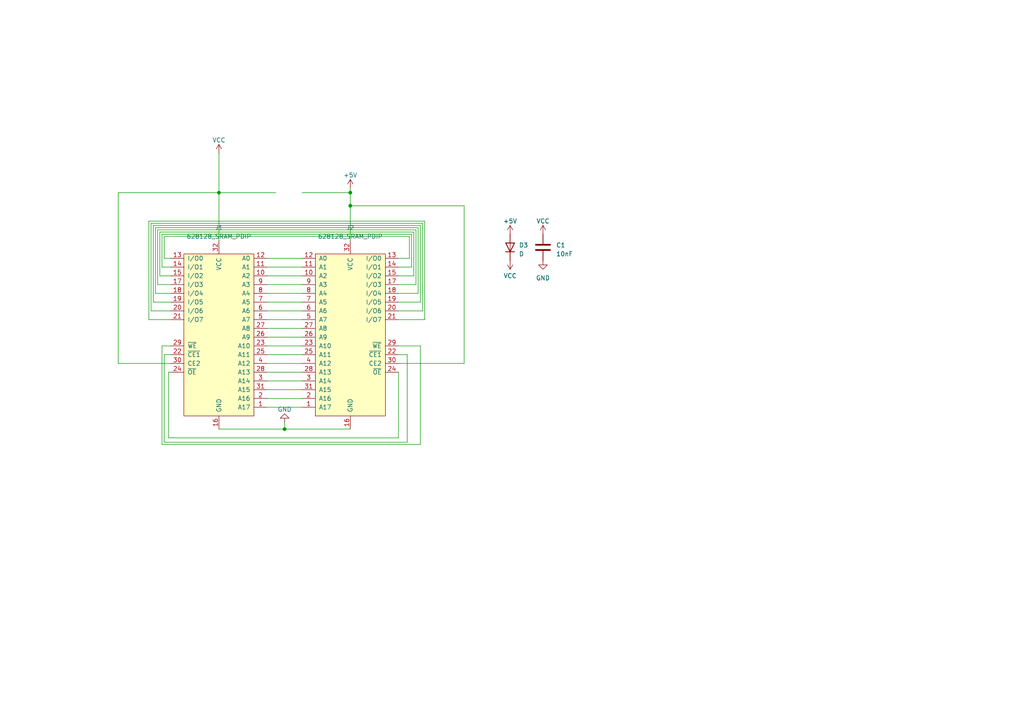
<source format=kicad_sch>
(kicad_sch (version 20230121) (generator eeschema)
  (paper "A4")
  (lib_symbols
    (symbol "628128_SRAM_PDIP_1" (pin_names (offset 1.016))
      (property "Reference" "J1" (at 0 33.02 0))
      (property "Value" "628128_SRAM_PDIP" (at 0 30.48 0))
      (symbol "628128_SRAM_PDIP_1_1_1"
        (rectangle (start -10.16 25.4) (end 10.16 -21.59) (fill (type background)))
        (pin input line (at -13.97 -19.05 0) (length 3.81) (name "A17") (number "1"))
        (pin input line (at -13.97 19.05 0) (length 3.81) (name "A2") (number "10"))
        (pin input line (at -13.97 21.59 0) (length 3.81) (name "A1") (number "11"))
        (pin input line (at -13.97 24.13 0) (length 3.81) (name "A0") (number "12"))
        (pin bidirectional line (at 13.97 24.13 180) (length 3.81) (name "I/O0") (number "13"))
        (pin bidirectional line (at 13.97 21.59 180) (length 3.81) (name "I/O1") (number "14"))
        (pin bidirectional line (at 13.97 19.05 180) (length 3.81) (name "I/O2") (number "15"))
        (pin input line (at 0 -25.4 90) (length 3.81) (name "GND") (number "16"))
        (pin bidirectional line (at 13.97 16.51 180) (length 3.81) (name "I/O3") (number "17"))
        (pin bidirectional line (at 13.97 13.97 180) (length 3.81) (name "I/O4") (number "18"))
        (pin bidirectional line (at 13.97 11.43 180) (length 3.81) (name "I/O5") (number "19"))
        (pin input line (at -13.97 -16.51 0) (length 3.81) (name "A16") (number "2"))
        (pin bidirectional line (at 13.97 8.89 180) (length 3.81) (name "I/O6") (number "20"))
        (pin bidirectional line (at 13.97 6.35 180) (length 3.81) (name "I/O7") (number "21"))
        (pin input line (at 13.97 -3.81 180) (length 3.81) (name "~{CE1}") (number "22"))
        (pin input line (at -13.97 -1.27 0) (length 3.81) (name "A10") (number "23"))
        (pin input line (at 13.97 -8.89 180) (length 3.81) (name "~{OE}") (number "24"))
        (pin input line (at -13.97 -3.81 0) (length 3.81) (name "A11") (number "25"))
        (pin input line (at -13.97 1.27 0) (length 3.81) (name "A9") (number "26"))
        (pin input line (at -13.97 3.81 0) (length 3.81) (name "A8") (number "27"))
        (pin input line (at -13.97 -8.89 0) (length 3.81) (name "A13") (number "28"))
        (pin input line (at 13.97 -1.27 180) (length 3.81) (name "~{WE}") (number "29"))
        (pin input line (at -13.97 -11.43 0) (length 3.81) (name "A14") (number "3"))
        (pin input line (at 13.97 -6.35 180) (length 3.81) (name "CE2") (number "30"))
        (pin input line (at -13.97 -13.97 0) (length 3.81) (name "A15") (number "31"))
        (pin input line (at 0 29.21 270) (length 3.81) (name "VCC") (number "32"))
        (pin input line (at -13.97 -6.35 0) (length 3.81) (name "A12") (number "4"))
        (pin input line (at -13.97 6.35 0) (length 3.81) (name "A7") (number "5"))
        (pin input line (at -13.97 8.89 0) (length 3.81) (name "A6") (number "6"))
        (pin input line (at -13.97 11.43 0) (length 3.81) (name "A5") (number "7"))
        (pin input line (at -13.97 13.97 0) (length 3.81) (name "A4") (number "8"))
        (pin input line (at -13.97 16.51 0) (length 3.81) (name "A3") (number "9"))
      )
    )
    (symbol "Device:C" (pin_numbers hide) (pin_names (offset 0.254))
      (property "Reference" "C" (at 0.635 2.54 0))
      (property "Value" "C" (at 0.635 -2.54 0))
      (symbol "C_0_1"
        (polyline (pts (xy -2.032 -0.762) (xy 2.032 -0.762)) (stroke (width 0.508)))
        (polyline (pts (xy -2.032 0.762) (xy 2.032 0.762)) (stroke (width 0.508)))
      )
      (symbol "C_1_1"
        (pin passive line (at 0 3.81 270) (length 2.794) (name "~") (number "1"))
        (pin passive line (at 0 -3.81 90) (length 2.794) (name "~") (number "2"))
      )
    )
    (symbol "Device:D" (pin_numbers hide) (pin_names (offset 1.016) hide)
      (property "Reference" "D" (at 0 2.54 0))
      (property "Value" "D" (at 0 -2.54 0))
      (symbol "D_0_1"
        (polyline (pts (xy -1.27 1.27) (xy -1.27 -1.27)) (stroke (width 0.254)))
        (polyline (pts (xy 1.27 0) (xy -1.27 0)))
        (polyline (pts (xy 1.27 1.27) (xy 1.27 -1.27) (xy -1.27 0) (xy 1.27 1.27)) (stroke (width 0.254)))
      )
      (symbol "D_1_1"
        (pin passive line (at -3.81 0 0) (length 2.54) (name "K") (number "1"))
        (pin passive line (at 3.81 0 180) (length 2.54) (name "A") (number "2"))
      )
    )
    (symbol "power:+5V" (power) (pin_names (offset 0))
      (property "Value" "+5V" (at 0 3.556 0))
      (symbol "+5V_0_1"
        (polyline (pts (xy -0.762 1.27) (xy 0 2.54)))
        (polyline (pts (xy 0 0) (xy 0 2.54)))
        (polyline (pts (xy 0 2.54) (xy 0.762 1.27)))
      )
      (symbol "+5V_1_1"
        (pin power_in line (at 0 0 90) (length 0) hide (name "+5V") (number "1"))
      )
    )
    (symbol "power:GND" (power) (pin_names (offset 0))
      (property "Value" "GND" (at 0 -3.81 0))
      (symbol "GND_0_1"
        (polyline (pts (xy 0 0) (xy 0 -1.27) (xy 1.27 -1.27) (xy 0 -2.54) (xy -1.27 -1.27) (xy 0 -1.27)))
      )
      (symbol "GND_1_1"
        (pin power_in line (at 0 0 270) (length 0) hide (name "GND") (number "1"))
      )
    )
    (symbol "power:VCC" (power) (pin_names (offset 0))
      (property "Value" "VCC" (at 0 3.81 0))
      (symbol "VCC_0_1"
        (polyline (pts (xy -0.762 1.27) (xy 0 2.54)))
        (polyline (pts (xy 0 0) (xy 0 2.54)))
        (polyline (pts (xy 0 2.54) (xy 0.762 1.27)))
      )
      (symbol "VCC_1_1"
        (pin power_in line (at 0 0 90) (length 0) hide (name "VCC") (number "1"))
      )
    )
    (symbol "soj-conv:628128_SRAM_PDIP" (pin_names (offset 1.016))
      (property "Reference" "J2" (at 0 33.02 0))
      (property "Value" "628128_SRAM_PDIP" (at 0 30.48 0))
      (symbol "628128_SRAM_PDIP_1_1"
        (rectangle (start -10.16 25.4) (end 10.16 -21.59) (fill (type background)))
        (pin output line (at -13.97 -19.05 0) (length 3.81) (name "A17") (number "1"))
        (pin output line (at -13.97 19.05 0) (length 3.81) (name "A2") (number "10"))
        (pin output line (at -13.97 21.59 0) (length 3.81) (name "A1") (number "11"))
        (pin output line (at -13.97 24.13 0) (length 3.81) (name "A0") (number "12"))
        (pin bidirectional line (at 13.97 24.13 180) (length 3.81) (name "I/O0") (number "13"))
        (pin bidirectional line (at 13.97 21.59 180) (length 3.81) (name "I/O1") (number "14"))
        (pin bidirectional line (at 13.97 19.05 180) (length 3.81) (name "I/O2") (number "15"))
        (pin output line (at 0 -25.4 90) (length 3.81) (name "GND") (number "16"))
        (pin bidirectional line (at 13.97 16.51 180) (length 3.81) (name "I/O3") (number "17"))
        (pin bidirectional line (at 13.97 13.97 180) (length 3.81) (name "I/O4") (number "18"))
        (pin bidirectional line (at 13.97 11.43 180) (length 3.81) (name "I/O5") (number "19"))
        (pin output line (at -13.97 -16.51 0) (length 3.81) (name "A16") (number "2"))
        (pin bidirectional line (at 13.97 8.89 180) (length 3.81) (name "I/O6") (number "20"))
        (pin bidirectional line (at 13.97 6.35 180) (length 3.81) (name "I/O7") (number "21"))
        (pin output line (at 13.97 -3.81 180) (length 3.81) (name "~{CE1}") (number "22"))
        (pin output line (at -13.97 -1.27 0) (length 3.81) (name "A10") (number "23"))
        (pin output line (at 13.97 -8.89 180) (length 3.81) (name "~{OE}") (number "24"))
        (pin output line (at -13.97 -3.81 0) (length 3.81) (name "A11") (number "25"))
        (pin output line (at -13.97 1.27 0) (length 3.81) (name "A9") (number "26"))
        (pin output line (at -13.97 3.81 0) (length 3.81) (name "A8") (number "27"))
        (pin output line (at -13.97 -8.89 0) (length 3.81) (name "A13") (number "28"))
        (pin output line (at 13.97 -1.27 180) (length 3.81) (name "~{WE}") (number "29"))
        (pin output line (at -13.97 -11.43 0) (length 3.81) (name "A14") (number "3"))
        (pin output line (at 13.97 -6.35 180) (length 3.81) (name "CE2") (number "30"))
        (pin output line (at -13.97 -13.97 0) (length 3.81) (name "A15") (number "31"))
        (pin output line (at 0 29.21 270) (length 3.81) (name "VCC") (number "32"))
        (pin output line (at -13.97 -6.35 0) (length 3.81) (name "A12") (number "4"))
        (pin output line (at -13.97 6.35 0) (length 3.81) (name "A7") (number "5"))
        (pin output line (at -13.97 8.89 0) (length 3.81) (name "A6") (number "6"))
        (pin output line (at -13.97 11.43 0) (length 3.81) (name "A5") (number "7"))
        (pin output line (at -13.97 13.97 0) (length 3.81) (name "A4") (number "8"))
        (pin output line (at -13.97 16.51 0) (length 3.81) (name "A3") (number "9"))
      )
    )
  )
  (junction (at 101.6 59.69))
  (junction (at 63.5 55.88))
  (junction (at 101.6 55.88))
  (junction (at 82.55 124.46))
  (wire (pts (xy 44.45 87.63) (xy 44.45 65.405)))
  (wire (pts (xy 63.5 124.46) (xy 82.55 124.46)))
  (wire (pts (xy 46.99 128.905) (xy 46.99 100.33)))
  (wire (pts (xy 77.47 102.87) (xy 87.63 102.87)))
  (wire (pts (xy 115.57 107.95) (xy 115.57 127)))
  (wire (pts (xy 120.015 67.31) (xy 120.015 80.01)))
  (wire (pts (xy 45.72 66.675) (xy 45.72 82.55)))
  (wire (pts (xy 43.815 90.17) (xy 49.53 90.17)))
  (wire (pts (xy 45.085 85.09) (xy 45.085 66.04)))
  (wire (pts (xy 115.57 90.17) (xy 122.555 90.17)))
  (wire (pts (xy 47.625 102.87) (xy 47.625 128.27)))
  (wire (pts (xy 123.19 92.71) (xy 115.57 92.71)))
  (wire (pts (xy 118.745 68.58) (xy 118.745 74.93)))
  (wire (pts (xy 134.62 59.69) (xy 101.6 59.69)))
  (wire (pts (xy 63.5 55.88) (xy 80.01 55.88)))
  (wire (pts (xy 47.625 74.93) (xy 47.625 68.58)))
  (wire (pts (xy 48.895 107.95) (xy 48.895 127)))
  (wire (pts (xy 120.65 66.675) (xy 45.72 66.675)))
  (wire (pts (xy 34.29 105.41) (xy 34.29 55.88)))
  (wire (pts (xy 46.355 80.01) (xy 46.355 67.31)))
  (wire (pts (xy 101.6 55.88) (xy 101.6 59.69)))
  (wire (pts (xy 49.53 92.71) (xy 43.18 92.71)))
  (wire (pts (xy 77.47 74.93) (xy 87.63 74.93)))
  (wire (pts (xy 122.555 64.77) (xy 43.815 64.77)))
  (wire (pts (xy 46.99 128.905) (xy 121.92 128.905)))
  (wire (pts (xy 77.47 110.49) (xy 87.63 110.49)))
  (wire (pts (xy 77.47 100.33) (xy 87.63 100.33)))
  (wire (pts (xy 44.45 65.405) (xy 121.92 65.405)))
  (wire (pts (xy 118.11 102.87) (xy 115.57 102.87)))
  (wire (pts (xy 77.47 82.55) (xy 87.63 82.55)))
  (wire (pts (xy 118.11 128.27) (xy 118.11 102.87)))
  (wire (pts (xy 121.92 65.405) (xy 121.92 87.63)))
  (wire (pts (xy 122.555 90.17) (xy 122.555 64.77)))
  (wire (pts (xy 77.47 118.11) (xy 87.63 118.11)))
  (wire (pts (xy 121.92 100.33) (xy 121.92 128.905)))
  (wire (pts (xy 46.355 67.31) (xy 120.015 67.31)))
  (wire (pts (xy 49.53 74.93) (xy 47.625 74.93)))
  (wire (pts (xy 49.53 102.87) (xy 47.625 102.87)))
  (wire (pts (xy 115.57 105.41) (xy 134.62 105.41)))
  (wire (pts (xy 115.57 85.09) (xy 121.285 85.09)))
  (wire (pts (xy 46.99 67.945) (xy 46.99 77.47)))
  (wire (pts (xy 77.47 105.41) (xy 87.63 105.41)))
  (wire (pts (xy 43.18 92.71) (xy 43.18 64.135)))
  (wire (pts (xy 49.53 80.01) (xy 46.355 80.01)))
  (wire (pts (xy 45.72 82.55) (xy 49.53 82.55)))
  (wire (pts (xy 77.47 80.01) (xy 87.63 80.01)))
  (wire (pts (xy 46.99 100.33) (xy 49.53 100.33)))
  (wire (pts (xy 63.5 55.88) (xy 63.5 69.85)))
  (wire (pts (xy 115.57 100.33) (xy 121.92 100.33)))
  (wire (pts (xy 43.815 64.77) (xy 43.815 90.17)))
  (wire (pts (xy 34.29 105.41) (xy 49.53 105.41)))
  (wire (pts (xy 63.5 44.45) (xy 63.5 55.88)))
  (wire (pts (xy 77.47 115.57) (xy 87.63 115.57)))
  (wire (pts (xy 49.53 87.63) (xy 44.45 87.63)))
  (wire (pts (xy 47.625 68.58) (xy 118.745 68.58)))
  (wire (pts (xy 118.745 74.93) (xy 115.57 74.93)))
  (wire (pts (xy 77.47 77.47) (xy 87.63 77.47)))
  (wire (pts (xy 43.18 64.135) (xy 123.19 64.135)))
  (wire (pts (xy 134.62 59.69) (xy 134.62 105.41)))
  (wire (pts (xy 121.92 87.63) (xy 115.57 87.63)))
  (wire (pts (xy 87.63 55.88) (xy 101.6 55.88)))
  (wire (pts (xy 77.47 92.71) (xy 87.63 92.71)))
  (wire (pts (xy 49.53 85.09) (xy 45.085 85.09)))
  (wire (pts (xy 121.285 66.04) (xy 121.285 85.09)))
  (wire (pts (xy 115.57 82.55) (xy 120.65 82.55)))
  (wire (pts (xy 49.53 107.95) (xy 48.895 107.95)))
  (wire (pts (xy 77.47 85.09) (xy 87.63 85.09)))
  (wire (pts (xy 77.47 95.25) (xy 87.63 95.25)))
  (wire (pts (xy 34.29 55.88) (xy 63.5 55.88)))
  (wire (pts (xy 101.6 59.69) (xy 101.6 69.85)))
  (wire (pts (xy 77.47 97.79) (xy 87.63 97.79)))
  (wire (pts (xy 119.38 67.945) (xy 46.99 67.945)))
  (wire (pts (xy 123.19 64.135) (xy 123.19 92.71)))
  (wire (pts (xy 77.47 87.63) (xy 87.63 87.63)))
  (wire (pts (xy 48.895 127) (xy 115.57 127)))
  (wire (pts (xy 119.38 77.47) (xy 119.38 67.945)))
  (wire (pts (xy 101.6 54.61) (xy 101.6 55.88)))
  (wire (pts (xy 120.65 82.55) (xy 120.65 66.675)))
  (wire (pts (xy 45.085 66.04) (xy 121.285 66.04)))
  (wire (pts (xy 82.55 124.46) (xy 101.6 124.46)))
  (wire (pts (xy 47.625 128.27) (xy 118.11 128.27)))
  (wire (pts (xy 77.47 90.17) (xy 87.63 90.17)))
  (wire (pts (xy 46.99 77.47) (xy 49.53 77.47)))
  (wire (pts (xy 82.55 122.555) (xy 82.55 124.46)))
  (wire (pts (xy 115.57 77.47) (xy 119.38 77.47)))
  (wire (pts (xy 77.47 107.95) (xy 87.63 107.95)))
  (wire (pts (xy 77.47 113.03) (xy 87.63 113.03)))
  (wire (pts (xy 120.015 80.01) (xy 115.57 80.01)))
  (symbol (lib_name "628128_SRAM_PDIP_1") (lib_id "soj-conv:628128_SRAM_PDIP") (at 63.5 99.06 0) (mirror y) (unit 1)
    (property "Reference" "J1" (at 63.5 66.04 0))
    (property "Value" "628128_SRAM_PDIP" (at 63.5 68.58 0))
    (property "Footprint" "soj32:SOJ-32" (effects hide))
  )
  (symbol (lib_id "power:VCC") (at 147.955 75.565 180) (unit 1)
    (property "Reference" "#PWR05" (effects hide))
    (property "Value" "VCC" (at 147.955 80.01 0))
  )
  (symbol (lib_id "Device:C") (at 157.48 71.755 0) (unit 1)
    (property "Reference" "C1" (at 161.29 71.12 0) (effects (justify left)))
    (property "Value" "10nF" (at 161.29 73.66 0) (effects (justify left)))
    (property "Footprint" "Capacitor_SMD:C_0805_2012Metric_Pad1.18x1.45mm_HandSolder" (effects hide))
  )
  (symbol (lib_id "power:VCC") (at 157.48 67.945 0) (unit 1)
    (property "Reference" "#PWR01" (effects hide))
    (property "Value" "VCC" (at 157.48 64.135 0))
  )
  (symbol (lib_id "power:+5V") (at 101.6 54.61 0) (unit 1)
    (property "Reference" "#PWR08" (effects hide))
    (property "Value" "+5V" (at 101.6 50.8 0))
  )
  (symbol (lib_id "power:GND") (at 157.48 75.565 0) (unit 1)
    (property "Reference" "#PWR04" (effects hide))
    (property "Value" "GND" (at 157.48 80.645 0))
  )
  (symbol (lib_id "power:+5V") (at 147.955 67.945 0) (unit 1)
    (property "Reference" "#PWR06" (effects hide))
    (property "Value" "+5V" (at 147.955 64.135 0))
  )
  (symbol (lib_id "soj-conv:628128_SRAM_PDIP") (at 101.6 99.06 0) (unit 1)
    (property "Reference" "J2" (at 101.6 66.04 0))
    (property "Value" "628128_SRAM_PDIP" (at 101.6 68.58 0))
    (property "Footprint" "soj32:PDIP-32-Special" (effects hide))
  )
  (symbol (lib_id "Device:D") (at 147.955 71.755 90) (unit 1)
    (property "Reference" "D3" (at 150.495 71.12 90) (effects (justify right)))
    (property "Value" "D" (at 150.495 73.66 90) (effects (justify right)))
    (property "Footprint" "Diode_SMD:D_0603_1608Metric_Pad1.05x0.95mm_HandSolder" (effects hide))
    (property "Sim.Device" "D" (effects hide))
    (property "Sim.Pins" "1=K 2=A" (effects hide))
  )
  (symbol (lib_id "power:GND") (at 82.55 122.555 180) (unit 1)
    (property "Reference" "#PWR02" (effects hide))
    (property "Value" "GND" (at 82.55 118.745 0))
  )
  (symbol (lib_id "power:VCC") (at 63.5 44.45 0) (unit 1)
    (property "Reference" "#PWR03" (effects hide))
    (property "Value" "VCC" (at 63.5 40.64 0))
  )
)
</source>
